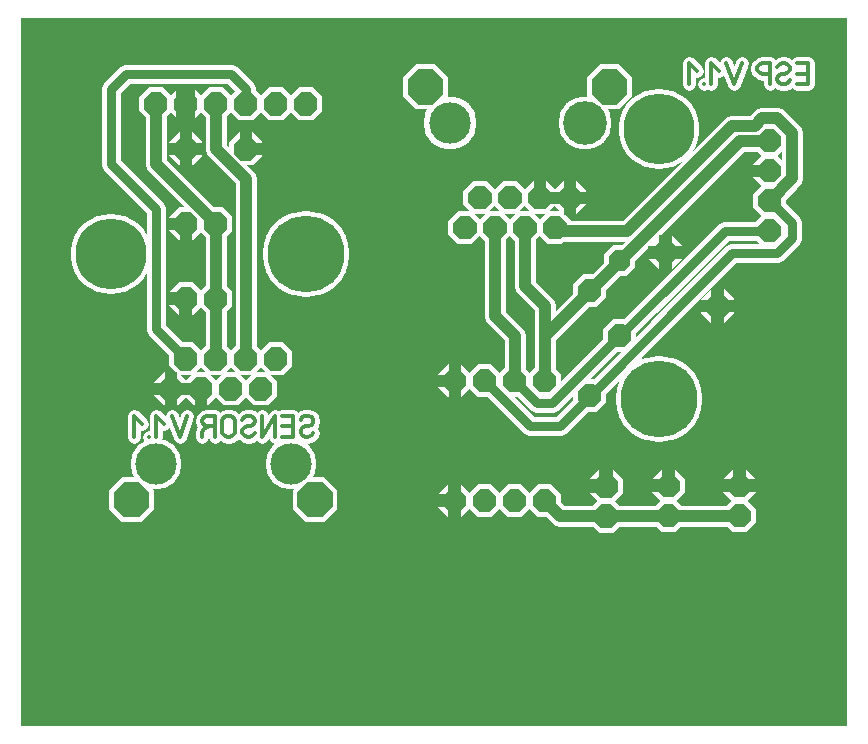
<source format=gbr>
%FSLAX34Y34*%
%MOMM*%
%LNSILK_TOP*%
G71*
G01*
%ADD10C, 4.30*%
%ADD11C, 1.80*%
%ADD12C, 6.80*%
%ADD13C, 7.30*%
%ADD14C, 1.60*%
%ADD15C, 4.50*%
%ADD16C, 1.12*%
%ADD17C, 1.01*%
%ADD18C, 1.61*%
%ADD19C, 1.13*%
%ADD20C, 1.04*%
%ADD21C, 1.03*%
%ADD22C, 1.05*%
%ADD23C, 1.07*%
%ADD24C, 3.50*%
%ADD25C, 1.00*%
%ADD26C, 6.00*%
%ADD27C, 6.50*%
%ADD28C, 0.80*%
%ADD29C, 3.70*%
%ADD30C, 0.32*%
%LPD*%
G36*
X0Y520000D02*
X700000Y520000D01*
X700000Y-80000D01*
X0Y-80000D01*
X0Y520000D01*
G37*
%LPC*%
X228600Y142300D02*
G54D10*
D03*
X114300Y142300D02*
G54D10*
D03*
G36*
X230238Y120022D02*
X241352Y131138D01*
X257122Y131138D01*
X268238Y120022D01*
X268238Y104252D01*
X257122Y93138D01*
X241352Y93138D01*
X230238Y104252D01*
X230238Y120022D01*
G37*
G36*
X74662Y120022D02*
X85778Y131138D01*
X101548Y131138D01*
X112662Y120022D01*
X112662Y104252D01*
X101548Y93138D01*
X85778Y93138D01*
X74662Y104252D01*
X74662Y120022D01*
G37*
G36*
X154600Y235558D02*
X160742Y241700D01*
X169458Y241700D01*
X175600Y235558D01*
X175600Y226842D01*
X169458Y220700D01*
X160742Y220700D01*
X154600Y226842D01*
X154600Y235558D01*
G37*
G36*
X163800Y211610D02*
X171990Y219800D01*
X183610Y219800D01*
X191800Y211610D01*
X191800Y199990D01*
X183610Y191800D01*
X171990Y191800D01*
X163800Y199990D01*
X163800Y211610D01*
G37*
G36*
X189200Y211610D02*
X197390Y219800D01*
X209010Y219800D01*
X217200Y211610D01*
X217200Y199990D01*
X209010Y191800D01*
X197390Y191800D01*
X189200Y199990D01*
X189200Y211610D01*
G37*
G36*
X138400Y211610D02*
X146590Y219800D01*
X158210Y219800D01*
X166400Y211610D01*
X166400Y199990D01*
X158210Y191800D01*
X146590Y191800D01*
X138400Y199990D01*
X138400Y211610D01*
G37*
G36*
X113000Y211610D02*
X121190Y219800D01*
X132810Y219800D01*
X141000Y211610D01*
X141000Y199990D01*
X132810Y191800D01*
X121190Y191800D01*
X113000Y199990D01*
X113000Y211610D01*
G37*
G36*
X151100Y237010D02*
X159290Y245200D01*
X170910Y245200D01*
X179100Y237010D01*
X179100Y225390D01*
X170910Y217200D01*
X159290Y217200D01*
X151100Y225390D01*
X151100Y237010D01*
G37*
G36*
X125700Y237010D02*
X133890Y245200D01*
X145510Y245200D01*
X153700Y237010D01*
X153700Y225390D01*
X145510Y217200D01*
X133890Y217200D01*
X125700Y225390D01*
X125700Y237010D01*
G37*
G36*
X176500Y237010D02*
X184690Y245200D01*
X196310Y245200D01*
X204500Y237010D01*
X204500Y225390D01*
X196310Y217200D01*
X184690Y217200D01*
X176500Y225390D01*
X176500Y237010D01*
G37*
G36*
X201900Y237010D02*
X210090Y245200D01*
X221710Y245200D01*
X229900Y237010D01*
X229900Y225390D01*
X221710Y217200D01*
X210090Y217200D01*
X201900Y225390D01*
X201900Y237010D01*
G37*
G54D11*
X165100Y231200D02*
X165100Y282000D01*
G36*
X100300Y452910D02*
X108490Y461100D01*
X120110Y461100D01*
X128300Y452910D01*
X128300Y441290D01*
X120110Y433100D01*
X108490Y433100D01*
X100300Y441290D01*
X100300Y452910D01*
G37*
G36*
X125700Y452910D02*
X133890Y461100D01*
X145510Y461100D01*
X153700Y452910D01*
X153700Y441290D01*
X145510Y433100D01*
X133890Y433100D01*
X125700Y441290D01*
X125700Y452910D01*
G37*
G36*
X151100Y452910D02*
X159290Y461100D01*
X170910Y461100D01*
X179100Y452910D01*
X179100Y441290D01*
X170910Y433100D01*
X159290Y433100D01*
X151100Y441290D01*
X151100Y452910D01*
G37*
G36*
X176500Y452910D02*
X184690Y461100D01*
X196310Y461100D01*
X204500Y452910D01*
X204500Y441290D01*
X196310Y433100D01*
X184690Y433100D01*
X176500Y441290D01*
X176500Y452910D01*
G37*
G36*
X201900Y452910D02*
X210090Y461100D01*
X221710Y461100D01*
X229900Y452910D01*
X229900Y441290D01*
X221710Y433100D01*
X210090Y433100D01*
X201900Y441290D01*
X201900Y452910D01*
G37*
G36*
X227300Y452910D02*
X235490Y461100D01*
X247110Y461100D01*
X255300Y452910D01*
X255300Y441290D01*
X247110Y433100D01*
X235490Y433100D01*
X227300Y441290D01*
X227300Y452910D01*
G37*
X76200Y320100D02*
G54D12*
D03*
X241300Y320100D02*
G54D13*
D03*
G36*
X179100Y339689D02*
X170910Y331499D01*
X159290Y331499D01*
X151100Y339689D01*
X151100Y351309D01*
X159290Y359499D01*
X170910Y359499D01*
X179100Y351309D01*
X179100Y339689D01*
G37*
G36*
X153700Y339690D02*
X145510Y331500D01*
X133890Y331500D01*
X125700Y339690D01*
X125700Y351310D01*
X133890Y359500D01*
X145510Y359500D01*
X153700Y351310D01*
X153700Y339690D01*
G37*
G36*
X179100Y276189D02*
X170910Y267999D01*
X159290Y267999D01*
X151100Y276189D01*
X151100Y287809D01*
X159290Y295999D01*
X170910Y295999D01*
X179100Y287809D01*
X179100Y276189D01*
G37*
G36*
X153700Y276190D02*
X145510Y268000D01*
X133890Y268000D01*
X125700Y276190D01*
X125700Y287810D01*
X133890Y296000D01*
X145510Y296000D01*
X153700Y287810D01*
X153700Y276190D01*
G37*
G54D11*
X165100Y281999D02*
X165100Y345500D01*
X114300Y396300D01*
X114300Y447100D01*
G54D14*
X139700Y231200D02*
X114300Y256600D01*
X114300Y358200D01*
X76200Y396300D01*
X76200Y459800D01*
X88900Y472500D01*
X177800Y472500D01*
X190500Y459800D01*
X190500Y447100D01*
G54D11*
X190500Y231200D02*
X190500Y383600D01*
X165100Y409000D01*
X165100Y447100D01*
G36*
X125700Y414810D02*
X133890Y423000D01*
X145510Y423000D01*
X153700Y414810D01*
X153700Y403190D01*
X145510Y395000D01*
X133890Y395000D01*
X125700Y403190D01*
X125700Y414810D01*
G37*
G36*
X176500Y414810D02*
X184690Y423000D01*
X196310Y423000D01*
X204500Y414810D01*
X204500Y403190D01*
X196310Y395000D01*
X184690Y395000D01*
X176500Y403190D01*
X176500Y414810D01*
G37*
X363420Y431179D02*
G54D15*
D03*
X477720Y431179D02*
G54D15*
D03*
G36*
X361783Y453456D02*
X350668Y442341D01*
X334898Y442341D01*
X323783Y453456D01*
X323783Y469226D01*
X334898Y480341D01*
X350668Y480341D01*
X361783Y469226D01*
X361783Y453456D01*
G37*
G36*
X517358Y453456D02*
X506243Y442341D01*
X490473Y442341D01*
X479358Y453456D01*
X479358Y469226D01*
X490473Y480341D01*
X506243Y480341D01*
X517358Y469226D01*
X517358Y453456D01*
G37*
G36*
X437420Y337921D02*
X431278Y331779D01*
X422562Y331779D01*
X416420Y337921D01*
X416420Y346637D01*
X422562Y352779D01*
X431278Y352779D01*
X437420Y346637D01*
X437420Y337921D01*
G37*
G36*
X428220Y361869D02*
X420030Y353679D01*
X408410Y353679D01*
X400220Y361869D01*
X400220Y373489D01*
X408410Y381679D01*
X420030Y381679D01*
X428220Y373489D01*
X428220Y361869D01*
G37*
G36*
X402820Y361869D02*
X394630Y353679D01*
X383010Y353679D01*
X374820Y361869D01*
X374820Y373489D01*
X383010Y381679D01*
X394630Y381679D01*
X402820Y373489D01*
X402820Y361869D01*
G37*
G36*
X453620Y361869D02*
X445430Y353679D01*
X433810Y353679D01*
X425620Y361869D01*
X425620Y373489D01*
X433810Y381679D01*
X445430Y381679D01*
X453620Y373489D01*
X453620Y361869D01*
G37*
G36*
X479020Y361869D02*
X470830Y353679D01*
X459210Y353679D01*
X451020Y361869D01*
X451020Y373489D01*
X459210Y381679D01*
X470830Y381679D01*
X479020Y373489D01*
X479020Y361869D01*
G37*
G36*
X440920Y336469D02*
X432730Y328279D01*
X421110Y328279D01*
X412920Y336469D01*
X412920Y348089D01*
X421110Y356279D01*
X432730Y356279D01*
X440920Y348089D01*
X440920Y336469D01*
G37*
G36*
X466320Y336469D02*
X458130Y328279D01*
X446510Y328279D01*
X438320Y336469D01*
X438320Y348089D01*
X446510Y356279D01*
X458130Y356279D01*
X466320Y348089D01*
X466320Y336469D01*
G37*
G36*
X415520Y336469D02*
X407330Y328279D01*
X395710Y328279D01*
X387520Y336469D01*
X387520Y348089D01*
X395710Y356279D01*
X407330Y356279D01*
X415520Y348089D01*
X415520Y336469D01*
G37*
G36*
X390120Y336469D02*
X381930Y328279D01*
X370310Y328279D01*
X362120Y336469D01*
X362120Y348089D01*
X370310Y356279D01*
X381930Y356279D01*
X390120Y348089D01*
X390120Y336469D01*
G37*
X540599Y425433D02*
G54D12*
D03*
X540599Y196833D02*
G54D13*
D03*
G36*
X542659Y84437D02*
X534469Y92627D01*
X534469Y104247D01*
X542659Y112437D01*
X554279Y112437D01*
X562469Y104247D01*
X562469Y92627D01*
X554279Y84437D01*
X542659Y84437D01*
G37*
G36*
X542659Y109838D02*
X534469Y118028D01*
X534469Y129648D01*
X542659Y137838D01*
X554279Y137838D01*
X562469Y129648D01*
X562469Y118028D01*
X554279Y109838D01*
X542659Y109838D01*
G37*
G36*
X639879Y429937D02*
X648069Y421747D01*
X648069Y410127D01*
X639879Y401937D01*
X628259Y401937D01*
X620069Y410127D01*
X620069Y421747D01*
X628259Y429937D01*
X639879Y429937D01*
G37*
G36*
X639879Y404537D02*
X648069Y396347D01*
X648069Y384727D01*
X639879Y376537D01*
X628259Y376537D01*
X620069Y384727D01*
X620069Y396347D01*
X628259Y404537D01*
X639879Y404537D01*
G37*
G36*
X639879Y379137D02*
X648069Y370947D01*
X648069Y359327D01*
X639879Y351137D01*
X628259Y351137D01*
X620069Y359327D01*
X620069Y370947D01*
X628259Y379137D01*
X639879Y379137D01*
G37*
G36*
X639879Y353737D02*
X648069Y345547D01*
X648069Y333928D01*
X639879Y325738D01*
X628259Y325738D01*
X620069Y333928D01*
X620069Y345547D01*
X628259Y353737D01*
X639879Y353737D01*
G37*
G36*
X449379Y226737D02*
X457569Y218547D01*
X457569Y206927D01*
X449379Y198737D01*
X437759Y198737D01*
X429569Y206927D01*
X429569Y218547D01*
X437759Y226737D01*
X449379Y226737D01*
G37*
G36*
X423979Y226737D02*
X432169Y218547D01*
X432169Y206927D01*
X423979Y198737D01*
X412359Y198737D01*
X404169Y206927D01*
X404169Y218547D01*
X412359Y226737D01*
X423979Y226737D01*
G37*
G36*
X398579Y226737D02*
X406769Y218547D01*
X406769Y206927D01*
X398579Y198737D01*
X386959Y198737D01*
X378769Y206927D01*
X378769Y218547D01*
X386959Y226737D01*
X398579Y226737D01*
G37*
G36*
X373179Y226737D02*
X381369Y218547D01*
X381369Y206927D01*
X373179Y198737D01*
X361559Y198737D01*
X353369Y206927D01*
X353369Y218547D01*
X361559Y226737D01*
X373179Y226737D01*
G37*
G36*
X622669Y92627D02*
X614479Y84437D01*
X602859Y84437D01*
X594669Y92627D01*
X594669Y104247D01*
X602859Y112437D01*
X614479Y112437D01*
X622669Y104247D01*
X622669Y92627D01*
G37*
G36*
X622669Y118027D02*
X614479Y109837D01*
X602859Y109837D01*
X594669Y118027D01*
X594669Y129647D01*
X602859Y137837D01*
X614479Y137837D01*
X622669Y129647D01*
X622669Y118027D01*
G37*
G36*
X449379Y125138D02*
X457569Y116948D01*
X457569Y105328D01*
X449379Y97138D01*
X437759Y97138D01*
X429569Y105328D01*
X429569Y116948D01*
X437759Y125138D01*
X449379Y125138D01*
G37*
G36*
X423979Y125138D02*
X432169Y116948D01*
X432169Y105328D01*
X423979Y97138D01*
X412359Y97138D01*
X404169Y105328D01*
X404169Y116948D01*
X412359Y125138D01*
X423979Y125138D01*
G37*
G36*
X398579Y125138D02*
X406769Y116948D01*
X406769Y105328D01*
X398579Y97138D01*
X386959Y97138D01*
X378769Y105328D01*
X378769Y116948D01*
X386959Y125138D01*
X398579Y125138D01*
G37*
G36*
X373179Y125137D02*
X381369Y116947D01*
X381369Y105327D01*
X373179Y97137D01*
X361559Y97137D01*
X353369Y105327D01*
X353369Y116947D01*
X361559Y125137D01*
X373179Y125137D01*
G37*
G36*
X489886Y84015D02*
X481696Y92205D01*
X481696Y103825D01*
X489886Y112015D01*
X501506Y112015D01*
X509696Y103825D01*
X509696Y92205D01*
X501506Y84015D01*
X489886Y84015D01*
G37*
G36*
X489886Y109416D02*
X481696Y117606D01*
X481696Y129226D01*
X489886Y137416D01*
X501506Y137416D01*
X509696Y129226D01*
X509696Y117606D01*
X501506Y109416D01*
X489886Y109416D01*
G37*
G54D11*
X495696Y98015D02*
X456691Y98015D01*
X443569Y111138D01*
G54D11*
X548469Y98437D02*
X496118Y98437D01*
X495696Y98015D01*
G54D11*
X608669Y98437D02*
X548469Y98437D01*
G54D11*
X443569Y212737D02*
X443569Y276238D01*
X430869Y288937D01*
G54D11*
X426920Y342279D02*
X426920Y292886D01*
X430869Y288937D01*
G54D11*
X634069Y415937D02*
X608669Y415938D01*
X443569Y250838D01*
G54D11*
X418169Y212737D02*
X418169Y250838D01*
X405469Y263537D01*
G54D11*
X401520Y342279D02*
X401520Y267486D01*
X405469Y263537D01*
G54D14*
X418169Y212737D02*
X437219Y193687D01*
X449919Y193687D01*
X595969Y339737D01*
X634069Y339737D01*
G54D14*
X392769Y212737D02*
X430869Y174637D01*
X456269Y174638D01*
X602319Y320688D01*
X640419Y320688D01*
X653119Y333388D01*
X653119Y346087D01*
X634069Y365137D01*
G54D11*
X634069Y365137D02*
X653119Y384187D01*
X653119Y422287D01*
X640419Y434987D01*
X627719Y434988D01*
X621369Y428638D01*
X602319Y428637D01*
X513419Y339737D01*
X449919Y339737D01*
X452320Y342278D01*
G36*
X551639Y335277D02*
X559829Y327087D01*
X559829Y315467D01*
X551639Y307277D01*
X540019Y307277D01*
X531829Y315467D01*
X531829Y327087D01*
X540019Y335277D01*
X551639Y335277D01*
G37*
G36*
X596029Y289818D02*
X604219Y281628D01*
X604219Y270008D01*
X596029Y261818D01*
X584409Y261818D01*
X576219Y270008D01*
X576219Y281628D01*
X584409Y289818D01*
X596029Y289818D01*
G37*
G36*
X512464Y327338D02*
X520069Y319732D01*
X520069Y308942D01*
X512464Y301338D01*
X501674Y301338D01*
X494069Y308942D01*
X494069Y319732D01*
X501674Y327338D01*
X512464Y327338D01*
G37*
G36*
X487479Y302938D02*
X495669Y294748D01*
X495669Y283128D01*
X487479Y274938D01*
X475859Y274938D01*
X467669Y283128D01*
X467669Y294748D01*
X475859Y302938D01*
X487479Y302938D01*
G37*
G36*
X487479Y214037D02*
X495669Y205847D01*
X495669Y194227D01*
X487479Y186037D01*
X475859Y186037D01*
X467669Y194227D01*
X467669Y205847D01*
X475859Y214037D01*
X487479Y214037D01*
G37*
G36*
X512879Y264837D02*
X521069Y256647D01*
X521069Y245027D01*
X512879Y236837D01*
X501259Y236837D01*
X493069Y245027D01*
X493069Y256647D01*
X501259Y264837D01*
X512879Y264837D01*
G37*
G54D16*
X247650Y168433D02*
X246317Y166211D01*
X243650Y165100D01*
X240983Y165100D01*
X238317Y166211D01*
X236983Y168433D01*
X236983Y170656D01*
X238317Y172878D01*
X240983Y173989D01*
X243650Y173989D01*
X246317Y175100D01*
X247650Y177322D01*
X247650Y179544D01*
X246317Y181767D01*
X243650Y182878D01*
X240983Y182878D01*
X238317Y181767D01*
X236983Y179544D01*
G54D16*
X221428Y165100D02*
X230761Y165100D01*
X230761Y182878D01*
X221428Y182878D01*
G54D16*
X230761Y173989D02*
X221428Y173989D01*
G54D16*
X215206Y165100D02*
X215206Y182878D01*
X204539Y165100D01*
X204539Y182878D01*
G54D16*
X198317Y168433D02*
X196984Y166211D01*
X194317Y165100D01*
X191650Y165100D01*
X188984Y166211D01*
X187650Y168433D01*
X187650Y170656D01*
X188984Y172878D01*
X191650Y173989D01*
X194317Y173989D01*
X196984Y175100D01*
X198317Y177322D01*
X198317Y179544D01*
X196984Y181767D01*
X194317Y182878D01*
X191650Y182878D01*
X188984Y181767D01*
X187650Y179544D01*
G54D16*
X170761Y179544D02*
X170761Y168433D01*
X172095Y166211D01*
X174761Y165100D01*
X177428Y165100D01*
X180095Y166211D01*
X181428Y168433D01*
X181428Y179544D01*
X180095Y181767D01*
X177428Y182878D01*
X174761Y182878D01*
X172095Y181767D01*
X170761Y179544D01*
G54D16*
X159206Y173989D02*
X155206Y171767D01*
X153872Y169544D01*
X153872Y165100D01*
G54D16*
X164539Y165100D02*
X164539Y182878D01*
X157872Y182878D01*
X155206Y181767D01*
X153872Y179544D01*
X153872Y177322D01*
X155206Y175100D01*
X157872Y173989D01*
X164539Y173989D01*
G54D16*
X141161Y182878D02*
X134494Y165100D01*
X127828Y182878D01*
G54D16*
X121606Y176211D02*
X114939Y182878D01*
X114939Y165100D01*
G54D16*
X108717Y165100D02*
X108717Y165100D01*
G54D16*
X102495Y176211D02*
X95828Y182878D01*
X95828Y165100D01*
G54D16*
X657417Y463550D02*
X666750Y463550D01*
X666750Y481328D01*
X657417Y481328D01*
G54D16*
X666750Y472439D02*
X657417Y472439D01*
G54D16*
X651195Y466883D02*
X649862Y464661D01*
X647195Y463550D01*
X644528Y463550D01*
X641862Y464661D01*
X640528Y466883D01*
X640528Y469106D01*
X641862Y471328D01*
X644528Y472439D01*
X647195Y472439D01*
X649862Y473550D01*
X651195Y475772D01*
X651195Y477994D01*
X649862Y480217D01*
X647195Y481328D01*
X644528Y481328D01*
X641862Y480217D01*
X640528Y477994D01*
G54D16*
X634306Y463550D02*
X634306Y481328D01*
X627639Y481328D01*
X624973Y480217D01*
X623639Y477994D01*
X623639Y475772D01*
X624973Y473550D01*
X627639Y472439D01*
X634306Y472439D01*
G54D16*
X610928Y481328D02*
X604261Y463550D01*
X597595Y481328D01*
G54D16*
X591373Y474661D02*
X584706Y481328D01*
X584706Y463550D01*
G54D16*
X578484Y463550D02*
X578484Y463550D01*
G54D16*
X572262Y474661D02*
X565595Y481328D01*
X565595Y463550D01*
%LPD*%
G54D17*
G36*
X157467Y205800D02*
X157467Y191300D01*
X147333Y191300D01*
X147333Y205800D01*
X157467Y205800D01*
G37*
G36*
X152400Y200733D02*
X137900Y200733D01*
X137900Y210867D01*
X152400Y210867D01*
X152400Y200733D01*
G37*
G54D17*
G36*
X121933Y205800D02*
X121933Y220300D01*
X132067Y220300D01*
X132067Y205800D01*
X121933Y205800D01*
G37*
G36*
X127000Y210867D02*
X141500Y210867D01*
X141500Y200733D01*
X127000Y200733D01*
X127000Y210867D01*
G37*
G36*
X132067Y205800D02*
X132067Y191300D01*
X121933Y191300D01*
X121933Y205800D01*
X132067Y205800D01*
G37*
G36*
X127000Y200733D02*
X112500Y200733D01*
X112500Y210867D01*
X127000Y210867D01*
X127000Y200733D01*
G37*
G54D18*
G36*
X131667Y447100D02*
X131667Y461600D01*
X147733Y461600D01*
X147733Y447100D01*
X131667Y447100D01*
G37*
G36*
X147733Y447100D02*
X147733Y432600D01*
X131667Y432600D01*
X131667Y447100D01*
X147733Y447100D01*
G37*
G54D17*
G36*
X144767Y345500D02*
X144767Y331000D01*
X134633Y331000D01*
X134633Y345500D01*
X144767Y345500D01*
G37*
G36*
X139700Y340433D02*
X125200Y340433D01*
X125200Y350567D01*
X139700Y350567D01*
X139700Y340433D01*
G37*
G54D19*
G36*
X145367Y282000D02*
X145367Y267500D01*
X134033Y267500D01*
X134033Y282000D01*
X145367Y282000D01*
G37*
G36*
X139700Y276333D02*
X125200Y276333D01*
X125200Y287667D01*
X139700Y287667D01*
X139700Y276333D01*
G37*
G54D20*
G36*
X134500Y409000D02*
X134500Y423500D01*
X144900Y423500D01*
X144900Y409000D01*
X134500Y409000D01*
G37*
G36*
X139700Y414200D02*
X154200Y414200D01*
X154200Y403800D01*
X139700Y403800D01*
X139700Y414200D01*
G37*
G36*
X144900Y409000D02*
X144900Y394500D01*
X134500Y394500D01*
X134500Y409000D01*
X144900Y409000D01*
G37*
G36*
X139700Y403800D02*
X125200Y403800D01*
X125200Y414200D01*
X139700Y414200D01*
X139700Y403800D01*
G37*
G54D21*
G36*
X185333Y409000D02*
X185333Y423500D01*
X195667Y423500D01*
X195667Y409000D01*
X185333Y409000D01*
G37*
G36*
X190500Y414167D02*
X205000Y414167D01*
X205000Y403833D01*
X190500Y403833D01*
X190500Y414167D01*
G37*
G54D17*
G36*
X434554Y367679D02*
X434554Y382179D01*
X444687Y382179D01*
X444687Y367679D01*
X434554Y367679D01*
G37*
G36*
X439620Y372746D02*
X454120Y372746D01*
X454120Y362612D01*
X439620Y362612D01*
X439620Y372746D01*
G37*
G54D17*
G36*
X470087Y367679D02*
X470087Y353179D01*
X459954Y353179D01*
X459954Y367679D01*
X470087Y367679D01*
G37*
G36*
X465020Y362612D02*
X450520Y362612D01*
X450520Y372746D01*
X465020Y372746D01*
X465020Y362612D01*
G37*
G36*
X459954Y367679D02*
X459954Y382179D01*
X470087Y382179D01*
X470087Y367679D01*
X459954Y367679D01*
G37*
G36*
X465020Y372746D02*
X479520Y372746D01*
X479520Y362612D01*
X465020Y362612D01*
X465020Y372746D01*
G37*
G54D19*
G36*
X548469Y118171D02*
X533969Y118171D01*
X533969Y129504D01*
X548469Y129504D01*
X548469Y118171D01*
G37*
G36*
X542802Y123838D02*
X542802Y138338D01*
X554136Y138338D01*
X554136Y123838D01*
X542802Y123838D01*
G37*
G54D17*
G36*
X634069Y385471D02*
X619569Y385471D01*
X619569Y395604D01*
X634069Y395604D01*
X634069Y385471D01*
G37*
G54D17*
G36*
X372436Y212737D02*
X372436Y198237D01*
X362303Y198237D01*
X362303Y212737D01*
X372436Y212737D01*
G37*
G36*
X367369Y207671D02*
X352869Y207671D01*
X352869Y217804D01*
X367369Y217804D01*
X367369Y207671D01*
G37*
G36*
X362303Y212737D02*
X362303Y227237D01*
X372436Y227237D01*
X372436Y212737D01*
X362303Y212737D01*
G37*
G54D22*
G36*
X608669Y118571D02*
X594169Y118571D01*
X594169Y129104D01*
X608669Y129104D01*
X608669Y118571D01*
G37*
G36*
X603403Y123837D02*
X603403Y138337D01*
X613936Y138337D01*
X613936Y123837D01*
X603403Y123837D01*
G37*
G36*
X608669Y129104D02*
X623169Y129104D01*
X623169Y118571D01*
X608669Y118571D01*
X608669Y129104D01*
G37*
G54D21*
G36*
X372536Y111137D02*
X372536Y96637D01*
X362203Y96637D01*
X362203Y111137D01*
X372536Y111137D01*
G37*
G36*
X367369Y105971D02*
X352869Y105971D01*
X352869Y116304D01*
X367369Y116304D01*
X367369Y105971D01*
G37*
G36*
X362203Y111137D02*
X362203Y125637D01*
X372536Y125637D01*
X372536Y111137D01*
X362203Y111137D01*
G37*
G54D19*
G36*
X495696Y117749D02*
X481196Y117749D01*
X481196Y129082D01*
X495696Y129082D01*
X495696Y117749D01*
G37*
G36*
X490030Y123416D02*
X490030Y137916D01*
X501363Y137916D01*
X501363Y123416D01*
X490030Y123416D01*
G37*
G54D22*
G36*
X545829Y326544D02*
X560329Y326544D01*
X560329Y316011D01*
X545829Y316011D01*
X545829Y326544D01*
G37*
G36*
X551096Y321277D02*
X551096Y306777D01*
X540563Y306777D01*
X540563Y321277D01*
X551096Y321277D01*
G37*
G36*
X545829Y316011D02*
X531329Y316011D01*
X531329Y326544D01*
X545829Y326544D01*
X545829Y316011D01*
G37*
G36*
X540563Y321277D02*
X540563Y335777D01*
X551096Y335777D01*
X551096Y321277D01*
X540563Y321277D01*
G37*
G54D23*
G36*
X590219Y281184D02*
X604719Y281184D01*
X604719Y270451D01*
X590219Y270451D01*
X590219Y281184D01*
G37*
G36*
X595586Y275818D02*
X595586Y261318D01*
X584852Y261318D01*
X584852Y275818D01*
X595586Y275818D01*
G37*
G36*
X590219Y270451D02*
X575719Y270451D01*
X575719Y281184D01*
X590219Y281184D01*
X590219Y270451D01*
G37*
G36*
X584852Y275818D02*
X584852Y290318D01*
X595586Y290318D01*
X595586Y275818D01*
X584852Y275818D01*
G37*
X228600Y142300D02*
G54D24*
D03*
X114300Y142300D02*
G54D24*
D03*
G36*
X234238Y118362D02*
X243012Y127138D01*
X255462Y127138D01*
X264238Y118362D01*
X264238Y105912D01*
X255462Y97138D01*
X243012Y97138D01*
X234238Y105912D01*
X234238Y118362D01*
G37*
G36*
X78662Y118362D02*
X87438Y127138D01*
X99888Y127138D01*
X108662Y118362D01*
X108662Y105912D01*
X99888Y97138D01*
X87438Y97138D01*
X78662Y105912D01*
X78662Y118362D01*
G37*
G36*
X158600Y233898D02*
X162402Y237700D01*
X167798Y237700D01*
X171600Y233898D01*
X171600Y228502D01*
X167798Y224700D01*
X162402Y224700D01*
X158600Y228502D01*
X158600Y233898D01*
G37*
G36*
X167800Y209950D02*
X173650Y215800D01*
X181950Y215800D01*
X187800Y209950D01*
X187800Y201650D01*
X181950Y195800D01*
X173650Y195800D01*
X167800Y201650D01*
X167800Y209950D01*
G37*
G36*
X193200Y209950D02*
X199050Y215800D01*
X207350Y215800D01*
X213200Y209950D01*
X213200Y201650D01*
X207350Y195800D01*
X199050Y195800D01*
X193200Y201650D01*
X193200Y209950D01*
G37*
G36*
X142400Y209950D02*
X148250Y215800D01*
X156550Y215800D01*
X162400Y209950D01*
X162400Y201650D01*
X156550Y195800D01*
X148250Y195800D01*
X142400Y201650D01*
X142400Y209950D01*
G37*
G36*
X117000Y209950D02*
X122850Y215800D01*
X131150Y215800D01*
X137000Y209950D01*
X137000Y201650D01*
X131150Y195800D01*
X122850Y195800D01*
X117000Y201650D01*
X117000Y209950D01*
G37*
G36*
X155100Y235350D02*
X160950Y241200D01*
X169250Y241200D01*
X175100Y235350D01*
X175100Y227050D01*
X169250Y221200D01*
X160950Y221200D01*
X155100Y227050D01*
X155100Y235350D01*
G37*
G36*
X129700Y235350D02*
X135550Y241200D01*
X143850Y241200D01*
X149700Y235350D01*
X149700Y227050D01*
X143850Y221200D01*
X135550Y221200D01*
X129700Y227050D01*
X129700Y235350D01*
G37*
G36*
X180500Y235350D02*
X186350Y241200D01*
X194650Y241200D01*
X200500Y235350D01*
X200500Y227050D01*
X194650Y221200D01*
X186350Y221200D01*
X180500Y227050D01*
X180500Y235350D01*
G37*
G36*
X205900Y235350D02*
X211750Y241200D01*
X220050Y241200D01*
X225900Y235350D01*
X225900Y227050D01*
X220050Y221200D01*
X211750Y221200D01*
X205900Y227050D01*
X205900Y235350D01*
G37*
G54D25*
X165100Y231200D02*
X165100Y282000D01*
G36*
X104300Y451250D02*
X110150Y457100D01*
X118450Y457100D01*
X124300Y451250D01*
X124300Y442950D01*
X118450Y437100D01*
X110150Y437100D01*
X104300Y442950D01*
X104300Y451250D01*
G37*
G36*
X129700Y451250D02*
X135550Y457100D01*
X143850Y457100D01*
X149700Y451250D01*
X149700Y442950D01*
X143850Y437100D01*
X135550Y437100D01*
X129700Y442950D01*
X129700Y451250D01*
G37*
G36*
X155100Y451250D02*
X160950Y457100D01*
X169250Y457100D01*
X175100Y451250D01*
X175100Y442950D01*
X169250Y437100D01*
X160950Y437100D01*
X155100Y442950D01*
X155100Y451250D01*
G37*
G36*
X180500Y451250D02*
X186350Y457100D01*
X194650Y457100D01*
X200500Y451250D01*
X200500Y442950D01*
X194650Y437100D01*
X186350Y437100D01*
X180500Y442950D01*
X180500Y451250D01*
G37*
G36*
X205900Y451250D02*
X211750Y457100D01*
X220050Y457100D01*
X225900Y451250D01*
X225900Y442950D01*
X220050Y437100D01*
X211750Y437100D01*
X205900Y442950D01*
X205900Y451250D01*
G37*
G36*
X231300Y451250D02*
X237150Y457100D01*
X245450Y457100D01*
X251300Y451250D01*
X251300Y442950D01*
X245450Y437100D01*
X237150Y437100D01*
X231300Y442950D01*
X231300Y451250D01*
G37*
X76200Y320100D02*
G54D26*
D03*
X241300Y320100D02*
G54D27*
D03*
G36*
X175100Y341349D02*
X169250Y335499D01*
X160950Y335499D01*
X155100Y341349D01*
X155100Y349649D01*
X160950Y355499D01*
X169250Y355499D01*
X175100Y349649D01*
X175100Y341349D01*
G37*
G36*
X149700Y341350D02*
X143850Y335500D01*
X135550Y335500D01*
X129700Y341350D01*
X129700Y349650D01*
X135550Y355500D01*
X143850Y355500D01*
X149700Y349650D01*
X149700Y341350D01*
G37*
G36*
X175100Y277849D02*
X169250Y271999D01*
X160950Y271999D01*
X155100Y277849D01*
X155100Y286149D01*
X160950Y291999D01*
X169250Y291999D01*
X175100Y286149D01*
X175100Y277849D01*
G37*
G36*
X149700Y277850D02*
X143850Y272000D01*
X135550Y272000D01*
X129700Y277850D01*
X129700Y286150D01*
X135550Y292000D01*
X143850Y292000D01*
X149700Y286150D01*
X149700Y277850D01*
G37*
G54D25*
X165100Y281999D02*
X165100Y345500D01*
X114300Y396300D01*
X114300Y447100D01*
G54D28*
X139700Y231200D02*
X114300Y256600D01*
X114300Y358200D01*
X76200Y396300D01*
X76200Y459800D01*
X88900Y472500D01*
X177800Y472500D01*
X190500Y459800D01*
X190500Y447100D01*
G54D25*
X190500Y231200D02*
X190500Y383600D01*
X165100Y409000D01*
X165100Y447100D01*
G36*
X129700Y413150D02*
X135550Y419000D01*
X143850Y419000D01*
X149700Y413150D01*
X149700Y404850D01*
X143850Y399000D01*
X135550Y399000D01*
X129700Y404850D01*
X129700Y413150D01*
G37*
G36*
X180500Y413150D02*
X186350Y419000D01*
X194650Y419000D01*
X200500Y413150D01*
X200500Y404850D01*
X194650Y399000D01*
X186350Y399000D01*
X180500Y404850D01*
X180500Y413150D01*
G37*
X363420Y431179D02*
G54D24*
D03*
X477720Y431179D02*
G54D29*
D03*
G36*
X357783Y455116D02*
X349008Y446341D01*
X336558Y446341D01*
X327783Y455116D01*
X327783Y467566D01*
X336558Y476341D01*
X349008Y476341D01*
X357783Y467566D01*
X357783Y455116D01*
G37*
G36*
X513358Y455116D02*
X504583Y446341D01*
X492133Y446341D01*
X483358Y455116D01*
X483358Y467566D01*
X492133Y476341D01*
X504583Y476341D01*
X513358Y467566D01*
X513358Y455116D01*
G37*
G36*
X433420Y339581D02*
X429618Y335779D01*
X424222Y335779D01*
X420420Y339581D01*
X420420Y344977D01*
X424222Y348779D01*
X429618Y348779D01*
X433420Y344977D01*
X433420Y339581D01*
G37*
G36*
X424220Y363529D02*
X418370Y357679D01*
X410070Y357679D01*
X404220Y363529D01*
X404220Y371829D01*
X410070Y377679D01*
X418370Y377679D01*
X424220Y371829D01*
X424220Y363529D01*
G37*
G36*
X398820Y363529D02*
X392970Y357679D01*
X384670Y357679D01*
X378820Y363529D01*
X378820Y371829D01*
X384670Y377679D01*
X392970Y377679D01*
X398820Y371829D01*
X398820Y363529D01*
G37*
G36*
X449620Y363529D02*
X443770Y357679D01*
X435470Y357679D01*
X429620Y363529D01*
X429620Y371829D01*
X435470Y377679D01*
X443770Y377679D01*
X449620Y371829D01*
X449620Y363529D01*
G37*
G36*
X475020Y363529D02*
X469170Y357679D01*
X460870Y357679D01*
X455020Y363529D01*
X455020Y371829D01*
X460870Y377679D01*
X469170Y377679D01*
X475020Y371829D01*
X475020Y363529D01*
G37*
G36*
X436920Y338129D02*
X431070Y332279D01*
X422770Y332279D01*
X416920Y338129D01*
X416920Y346429D01*
X422770Y352279D01*
X431070Y352279D01*
X436920Y346429D01*
X436920Y338129D01*
G37*
G36*
X462320Y338129D02*
X456470Y332279D01*
X448170Y332279D01*
X442320Y338129D01*
X442320Y346429D01*
X448170Y352279D01*
X456470Y352279D01*
X462320Y346429D01*
X462320Y338129D01*
G37*
G36*
X411520Y338129D02*
X405670Y332279D01*
X397370Y332279D01*
X391520Y338129D01*
X391520Y346429D01*
X397370Y352279D01*
X405670Y352279D01*
X411520Y346429D01*
X411520Y338129D01*
G37*
G36*
X386120Y338129D02*
X380270Y332279D01*
X371970Y332279D01*
X366120Y338129D01*
X366120Y346429D01*
X371970Y352279D01*
X380270Y352279D01*
X386120Y346429D01*
X386120Y338129D01*
G37*
X540599Y425433D02*
G54D26*
D03*
X540599Y196833D02*
G54D27*
D03*
G36*
X544319Y88437D02*
X538469Y94287D01*
X538469Y102587D01*
X544319Y108437D01*
X552619Y108437D01*
X558469Y102587D01*
X558469Y94287D01*
X552619Y88437D01*
X544319Y88437D01*
G37*
G36*
X544319Y113838D02*
X538469Y119688D01*
X538469Y127988D01*
X544319Y133838D01*
X552619Y133838D01*
X558469Y127988D01*
X558469Y119688D01*
X552619Y113838D01*
X544319Y113838D01*
G37*
G36*
X638219Y425938D02*
X644069Y420087D01*
X644069Y411787D01*
X638219Y405937D01*
X629919Y405937D01*
X624069Y411788D01*
X624069Y420087D01*
X629919Y425937D01*
X638219Y425938D01*
G37*
G36*
X638219Y400537D02*
X644069Y394687D01*
X644069Y386387D01*
X638219Y380537D01*
X629919Y380537D01*
X624069Y386387D01*
X624069Y394687D01*
X629919Y400537D01*
X638219Y400537D01*
G37*
G36*
X638219Y375137D02*
X644069Y369287D01*
X644069Y360987D01*
X638219Y355137D01*
X629919Y355137D01*
X624069Y360987D01*
X624069Y369287D01*
X629919Y375137D01*
X638219Y375137D01*
G37*
G36*
X638219Y349737D02*
X644069Y343888D01*
X644069Y335588D01*
X638219Y329738D01*
X629919Y329738D01*
X624069Y335587D01*
X624069Y343887D01*
X629919Y349737D01*
X638219Y349737D01*
G37*
G36*
X447719Y222737D02*
X453569Y216887D01*
X453569Y208587D01*
X447719Y202737D01*
X439419Y202737D01*
X433569Y208587D01*
X433569Y216887D01*
X439419Y222737D01*
X447719Y222737D01*
G37*
G36*
X422319Y222737D02*
X428169Y216887D01*
X428169Y208587D01*
X422319Y202737D01*
X414019Y202737D01*
X408169Y208587D01*
X408169Y216887D01*
X414019Y222737D01*
X422319Y222737D01*
G37*
G36*
X396919Y222737D02*
X402769Y216887D01*
X402769Y208587D01*
X396919Y202737D01*
X388619Y202737D01*
X382769Y208587D01*
X382769Y216887D01*
X388619Y222737D01*
X396919Y222737D01*
G37*
G36*
X371519Y222737D02*
X377369Y216887D01*
X377369Y208587D01*
X371519Y202737D01*
X363219Y202737D01*
X357369Y208587D01*
X357369Y216887D01*
X363219Y222737D01*
X371519Y222737D01*
G37*
G36*
X618669Y94287D02*
X612819Y88437D01*
X604519Y88437D01*
X598669Y94287D01*
X598669Y102587D01*
X604519Y108437D01*
X612819Y108437D01*
X618669Y102587D01*
X618669Y94287D01*
G37*
G36*
X618669Y119687D02*
X612819Y113837D01*
X604519Y113837D01*
X598669Y119687D01*
X598669Y127987D01*
X604519Y133837D01*
X612819Y133837D01*
X618669Y127987D01*
X618669Y119687D01*
G37*
G36*
X447719Y121138D02*
X453569Y115288D01*
X453569Y106988D01*
X447719Y101138D01*
X439419Y101138D01*
X433569Y106988D01*
X433569Y115288D01*
X439419Y121138D01*
X447719Y121138D01*
G37*
G36*
X422319Y121138D02*
X428169Y115288D01*
X428169Y106988D01*
X422319Y101138D01*
X414019Y101138D01*
X408169Y106988D01*
X408169Y115288D01*
X414019Y121138D01*
X422319Y121138D01*
G37*
G36*
X396919Y121138D02*
X402769Y115288D01*
X402769Y106988D01*
X396919Y101138D01*
X388619Y101138D01*
X382769Y106988D01*
X382769Y115288D01*
X388619Y121138D01*
X396919Y121138D01*
G37*
G36*
X371519Y121137D02*
X377369Y115287D01*
X377369Y106987D01*
X371519Y101137D01*
X363219Y101137D01*
X357369Y106987D01*
X357369Y115287D01*
X363219Y121137D01*
X371519Y121137D01*
G37*
G36*
X491546Y88015D02*
X485696Y93865D01*
X485696Y102165D01*
X491546Y108015D01*
X499846Y108015D01*
X505696Y102165D01*
X505696Y93865D01*
X499846Y88015D01*
X491546Y88015D01*
G37*
G36*
X491546Y113416D02*
X485696Y119266D01*
X485696Y127566D01*
X491546Y133416D01*
X499846Y133416D01*
X505696Y127566D01*
X505696Y119266D01*
X499846Y113416D01*
X491546Y113416D01*
G37*
G54D25*
X495696Y98015D02*
X456691Y98015D01*
X443569Y111138D01*
G54D25*
X548469Y98437D02*
X496118Y98437D01*
X495696Y98015D01*
G54D25*
X608669Y98437D02*
X548469Y98437D01*
G54D25*
X443569Y212737D02*
X443569Y276238D01*
X430869Y288937D01*
G54D25*
X426920Y342279D02*
X426920Y292886D01*
X430869Y288937D01*
G54D25*
X634069Y415937D02*
X608669Y415938D01*
X443569Y250838D01*
G54D25*
X418169Y212737D02*
X418169Y250838D01*
X405469Y263537D01*
G54D25*
X401520Y342279D02*
X401520Y267486D01*
X405469Y263537D01*
G54D28*
X418169Y212737D02*
X437219Y193687D01*
X449919Y193687D01*
X595969Y339737D01*
X634069Y339737D01*
G54D28*
X392769Y212737D02*
X430869Y174637D01*
X456269Y174638D01*
X602319Y320688D01*
X640419Y320688D01*
X653119Y333388D01*
X653119Y346087D01*
X634069Y365137D01*
G54D25*
X634069Y365137D02*
X653119Y384187D01*
X653119Y422287D01*
X640419Y434987D01*
X627719Y434988D01*
X621369Y428638D01*
X602319Y428637D01*
X513419Y339737D01*
X449919Y339737D01*
X452320Y342278D01*
G36*
X549979Y331277D02*
X555829Y325427D01*
X555829Y317127D01*
X549979Y311277D01*
X541679Y311277D01*
X535829Y317127D01*
X535829Y325427D01*
X541679Y331277D01*
X549979Y331277D01*
G37*
G36*
X594369Y285818D02*
X600219Y279968D01*
X600219Y271668D01*
X594369Y265818D01*
X586069Y265818D01*
X580219Y271668D01*
X580219Y279968D01*
X586069Y285818D01*
X594369Y285818D01*
G37*
G36*
X510804Y323338D02*
X516069Y318072D01*
X516069Y310602D01*
X510804Y305338D01*
X503334Y305338D01*
X498069Y310602D01*
X498069Y318072D01*
X503334Y323338D01*
X510804Y323338D01*
G37*
G36*
X485819Y298938D02*
X491669Y293088D01*
X491669Y284788D01*
X485819Y278938D01*
X477519Y278938D01*
X471669Y284788D01*
X471669Y293088D01*
X477519Y298938D01*
X485819Y298938D01*
G37*
G36*
X485819Y210037D02*
X491669Y204187D01*
X491669Y195887D01*
X485819Y190037D01*
X477519Y190037D01*
X471669Y195887D01*
X471669Y204187D01*
X477519Y210037D01*
X485819Y210037D01*
G37*
G36*
X511219Y260837D02*
X517069Y254987D01*
X517069Y246687D01*
X511219Y240837D01*
X502919Y240837D01*
X497069Y246687D01*
X497069Y254987D01*
X502919Y260837D01*
X511219Y260837D01*
G37*
G54D30*
X247650Y168433D02*
X246317Y166211D01*
X243650Y165100D01*
X240983Y165100D01*
X238317Y166211D01*
X236983Y168433D01*
X236983Y170656D01*
X238317Y172878D01*
X240983Y173989D01*
X243650Y173989D01*
X246317Y175100D01*
X247650Y177322D01*
X247650Y179544D01*
X246317Y181767D01*
X243650Y182878D01*
X240983Y182878D01*
X238317Y181767D01*
X236983Y179544D01*
G54D30*
X221428Y165100D02*
X230761Y165100D01*
X230761Y182878D01*
X221428Y182878D01*
G54D30*
X230761Y173989D02*
X221428Y173989D01*
G54D30*
X215206Y165100D02*
X215206Y182878D01*
X204539Y165100D01*
X204539Y182878D01*
G54D30*
X198317Y168433D02*
X196984Y166211D01*
X194317Y165100D01*
X191650Y165100D01*
X188984Y166211D01*
X187650Y168433D01*
X187650Y170656D01*
X188984Y172878D01*
X191650Y173989D01*
X194317Y173989D01*
X196984Y175100D01*
X198317Y177322D01*
X198317Y179544D01*
X196984Y181767D01*
X194317Y182878D01*
X191650Y182878D01*
X188984Y181767D01*
X187650Y179544D01*
G54D30*
X170761Y179544D02*
X170761Y168433D01*
X172095Y166211D01*
X174761Y165100D01*
X177428Y165100D01*
X180095Y166211D01*
X181428Y168433D01*
X181428Y179544D01*
X180095Y181767D01*
X177428Y182878D01*
X174761Y182878D01*
X172095Y181767D01*
X170761Y179544D01*
G54D30*
X159206Y173989D02*
X155206Y171767D01*
X153872Y169544D01*
X153872Y165100D01*
G54D30*
X164539Y165100D02*
X164539Y182878D01*
X157872Y182878D01*
X155206Y181767D01*
X153872Y179544D01*
X153872Y177322D01*
X155206Y175100D01*
X157872Y173989D01*
X164539Y173989D01*
G54D30*
X141161Y182878D02*
X134494Y165100D01*
X127828Y182878D01*
G54D30*
X121606Y176211D02*
X114939Y182878D01*
X114939Y165100D01*
G54D30*
X108717Y165100D02*
X108717Y165100D01*
G54D30*
X102495Y176211D02*
X95828Y182878D01*
X95828Y165100D01*
G54D30*
X657417Y463550D02*
X666750Y463550D01*
X666750Y481328D01*
X657417Y481328D01*
G54D30*
X666750Y472439D02*
X657417Y472439D01*
G54D30*
X651195Y466883D02*
X649862Y464661D01*
X647195Y463550D01*
X644528Y463550D01*
X641862Y464661D01*
X640528Y466883D01*
X640528Y469106D01*
X641862Y471328D01*
X644528Y472439D01*
X647195Y472439D01*
X649862Y473550D01*
X651195Y475772D01*
X651195Y477994D01*
X649862Y480217D01*
X647195Y481328D01*
X644528Y481328D01*
X641862Y480217D01*
X640528Y477994D01*
G54D30*
X634306Y463550D02*
X634306Y481328D01*
X627639Y481328D01*
X624973Y480217D01*
X623639Y477994D01*
X623639Y475772D01*
X624973Y473550D01*
X627639Y472439D01*
X634306Y472439D01*
G54D30*
X610928Y481328D02*
X604261Y463550D01*
X597595Y481328D01*
G54D30*
X591373Y474661D02*
X584706Y481328D01*
X584706Y463550D01*
G54D30*
X578484Y463550D02*
X578484Y463550D01*
G54D30*
X572262Y474661D02*
X565595Y481328D01*
X565595Y463550D01*
M02*

</source>
